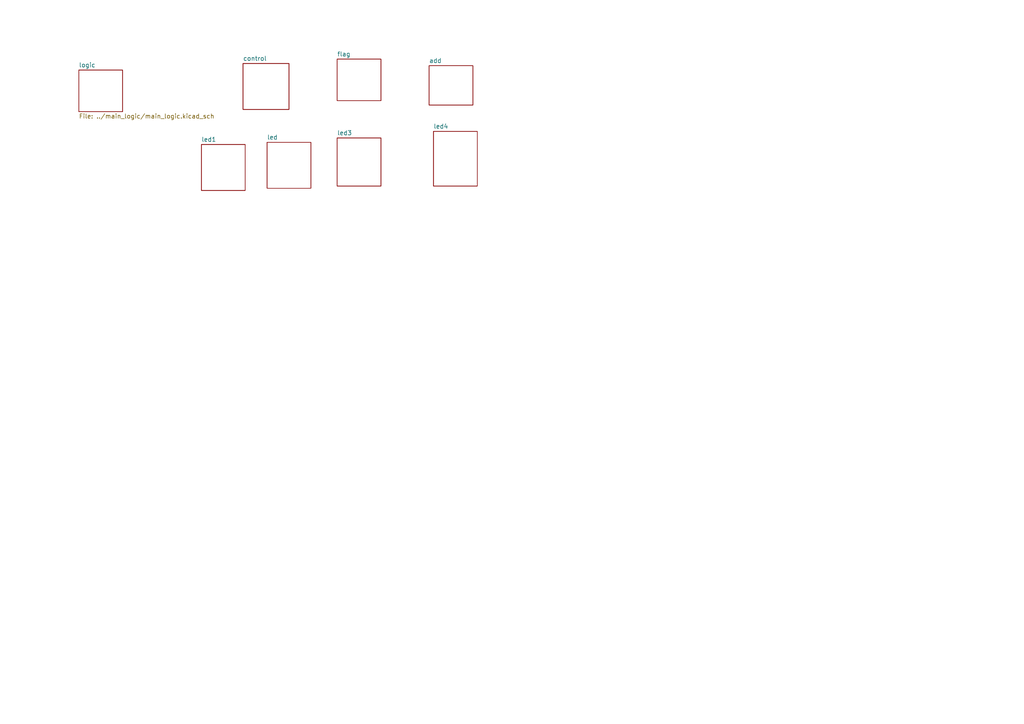
<source format=kicad_sch>
(kicad_sch
	(version 20250114)
	(generator "eeschema")
	(generator_version "9.0")
	(uuid "ccba897c-0afe-4800-bf6c-6f198831a830")
	(paper "A4")
	(lib_symbols)
	(sheet
		(at 77.47 41.275)
		(size 12.7 13.335)
		(exclude_from_sim no)
		(in_bom yes)
		(on_board yes)
		(dnp no)
		(fields_autoplaced yes)
		(stroke
			(width 0.1524)
			(type solid)
		)
		(fill
			(color 0 0 0 0.0000)
		)
		(uuid "2f848cbc-864c-441f-9e69-47e3e0322f3b")
		(property "Sheetname" "led"
			(at 77.47 40.5634 0)
			(effects
				(font
					(size 1.27 1.27)
				)
				(justify left bottom)
			)
		)
		(property "Sheetfile" "../led_panel/led_panel_1/led_panel_1.kicad_sch"
			(at 77.47 55.1946 0)
			(effects
				(font
					(size 1.27 1.27)
				)
				(justify left top)
				(hide yes)
			)
		)
		(instances
			(project "alu"
				(path "/ccba897c-0afe-4800-bf6c-6f198831a830"
					(page "114")
				)
			)
		)
	)
	(sheet
		(at 22.86 20.32)
		(size 12.7 12.065)
		(exclude_from_sim no)
		(in_bom yes)
		(on_board yes)
		(dnp no)
		(fields_autoplaced yes)
		(stroke
			(width 0.1524)
			(type solid)
		)
		(fill
			(color 0 0 0 0.0000)
		)
		(uuid "30f0feea-95cb-4a2f-aac1-eea6203246c2")
		(property "Sheetname" "logic"
			(at 22.86 19.6084 0)
			(effects
				(font
					(size 1.27 1.27)
				)
				(justify left bottom)
			)
		)
		(property "Sheetfile" "../main_logic/main_logic.kicad_sch"
			(at 22.86 32.9696 0)
			(effects
				(font
					(size 1.27 1.27)
				)
				(justify left top)
			)
		)
		(instances
			(project "alu"
				(path "/ccba897c-0afe-4800-bf6c-6f198831a830"
					(page "2")
				)
			)
		)
	)
	(sheet
		(at 125.73 38.1)
		(size 12.7 15.875)
		(exclude_from_sim no)
		(in_bom yes)
		(on_board yes)
		(dnp no)
		(fields_autoplaced yes)
		(stroke
			(width 0.1524)
			(type solid)
		)
		(fill
			(color 0 0 0 0.0000)
		)
		(uuid "34660d2d-f4b7-4938-8be6-a10c79be1e1b")
		(property "Sheetname" "led4"
			(at 125.73 37.3884 0)
			(effects
				(font
					(size 1.27 1.27)
				)
				(justify left bottom)
			)
		)
		(property "Sheetfile" "../led_panel/led_panel_4/led_panel_4.kicad_sch"
			(at 125.73 54.5596 0)
			(effects
				(font
					(size 1.27 1.27)
				)
				(justify left top)
				(hide yes)
			)
		)
		(instances
			(project "alu"
				(path "/ccba897c-0afe-4800-bf6c-6f198831a830"
					(page "170")
				)
			)
		)
	)
	(sheet
		(at 124.46 19.05)
		(size 12.7 11.43)
		(exclude_from_sim no)
		(in_bom yes)
		(on_board yes)
		(dnp no)
		(fields_autoplaced yes)
		(stroke
			(width 0.1524)
			(type solid)
		)
		(fill
			(color 0 0 0 0.0000)
		)
		(uuid "360faded-22a1-4210-8c7e-c6f3bc270931")
		(property "Sheetname" "add"
			(at 124.46 18.3384 0)
			(effects
				(font
					(size 1.27 1.27)
				)
				(justify left bottom)
			)
		)
		(property "Sheetfile" "../add_sub/add_sub.kicad_sch"
			(at 124.46 31.0646 0)
			(effects
				(font
					(size 1.27 1.27)
				)
				(justify left top)
				(hide yes)
			)
		)
		(instances
			(project "alu"
				(path "/ccba897c-0afe-4800-bf6c-6f198831a830"
					(page "56")
				)
			)
		)
	)
	(sheet
		(at 70.485 18.415)
		(size 13.335 13.335)
		(exclude_from_sim no)
		(in_bom yes)
		(on_board yes)
		(dnp no)
		(fields_autoplaced yes)
		(stroke
			(width 0.1524)
			(type solid)
		)
		(fill
			(color 0 0 0 0.0000)
		)
		(uuid "47fe158c-fbc5-4294-a7be-acf66ed611cb")
		(property "Sheetname" "control"
			(at 70.485 17.7034 0)
			(effects
				(font
					(size 1.27 1.27)
				)
				(justify left bottom)
			)
		)
		(property "Sheetfile" "../main_control/main_control.kicad_sch"
			(at 70.485 32.3346 0)
			(effects
				(font
					(size 1.27 1.27)
				)
				(justify left top)
				(hide yes)
			)
		)
		(instances
			(project "alu"
				(path "/ccba897c-0afe-4800-bf6c-6f198831a830"
					(page "42")
				)
			)
		)
	)
	(sheet
		(at 97.79 17.145)
		(size 12.7 12.065)
		(exclude_from_sim no)
		(in_bom yes)
		(on_board yes)
		(dnp no)
		(fields_autoplaced yes)
		(stroke
			(width 0.1524)
			(type solid)
		)
		(fill
			(color 0 0 0 0.0000)
		)
		(uuid "84ceaccc-7b9f-4c24-a7fe-1cf7f94b8b9b")
		(property "Sheetname" "flag"
			(at 97.79 16.4334 0)
			(effects
				(font
					(size 1.27 1.27)
				)
				(justify left bottom)
			)
		)
		(property "Sheetfile" "../flags/flags.kicad_sch"
			(at 97.79 29.7946 0)
			(effects
				(font
					(size 1.27 1.27)
				)
				(justify left top)
				(hide yes)
			)
		)
		(instances
			(project "alu"
				(path "/ccba897c-0afe-4800-bf6c-6f198831a830"
					(page "52")
				)
			)
		)
	)
	(sheet
		(at 97.79 40.005)
		(size 12.7 13.97)
		(exclude_from_sim no)
		(in_bom yes)
		(on_board yes)
		(dnp no)
		(fields_autoplaced yes)
		(stroke
			(width 0.1524)
			(type solid)
		)
		(fill
			(color 0 0 0 0.0000)
		)
		(uuid "967e7ab6-a3a5-470b-ba47-1487fb6ab563")
		(property "Sheetname" "led3"
			(at 97.79 39.2934 0)
			(effects
				(font
					(size 1.27 1.27)
				)
				(justify left bottom)
			)
		)
		(property "Sheetfile" "../led_panel/led_panel_3/led_panel_3.kicad_sch"
			(at 97.79 54.5596 0)
			(effects
				(font
					(size 1.27 1.27)
				)
				(justify left top)
				(hide yes)
			)
		)
		(instances
			(project "alu"
				(path "/ccba897c-0afe-4800-bf6c-6f198831a830"
					(page "164")
				)
			)
		)
	)
	(sheet
		(at 58.42 41.91)
		(size 12.7 13.335)
		(exclude_from_sim no)
		(in_bom yes)
		(on_board yes)
		(dnp no)
		(fields_autoplaced yes)
		(stroke
			(width 0.1524)
			(type solid)
		)
		(fill
			(color 0 0 0 0.0000)
		)
		(uuid "9fafb843-517e-42a8-ba01-7984de3011bf")
		(property "Sheetname" "led1"
			(at 58.42 41.1984 0)
			(effects
				(font
					(size 1.27 1.27)
				)
				(justify left bottom)
			)
		)
		(property "Sheetfile" "../led_panel/led_panel_1/led_panel_1.kicad_sch"
			(at 58.42 55.8296 0)
			(effects
				(font
					(size 1.27 1.27)
				)
				(justify left top)
				(hide yes)
			)
		)
		(instances
			(project "alu"
				(path "/ccba897c-0afe-4800-bf6c-6f198831a830"
					(page "134")
				)
			)
		)
	)
	(sheet_instances
		(path "/"
			(page "1")
		)
	)
	(embedded_fonts no)
)

</source>
